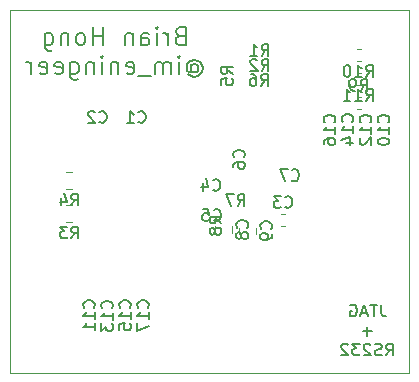
<source format=gbr>
G04 #@! TF.GenerationSoftware,KiCad,Pcbnew,5.1.5-52549c5~84~ubuntu18.04.1*
G04 #@! TF.CreationDate,2020-01-11T02:19:33-08:00*
G04 #@! TF.ProjectId,Programmer,50726f67-7261-46d6-9d65-722e6b696361,rev?*
G04 #@! TF.SameCoordinates,Original*
G04 #@! TF.FileFunction,Legend,Bot*
G04 #@! TF.FilePolarity,Positive*
%FSLAX46Y46*%
G04 Gerber Fmt 4.6, Leading zero omitted, Abs format (unit mm)*
G04 Created by KiCad (PCBNEW 5.1.5-52549c5~84~ubuntu18.04.1) date 2020-01-11 02:19:33*
%MOMM*%
%LPD*%
G04 APERTURE LIST*
%ADD10C,0.200000*%
%ADD11C,0.150000*%
%ADD12C,0.050000*%
%ADD13C,0.120000*%
G04 APERTURE END LIST*
D10*
X95634285Y-47181857D02*
X95420000Y-47253285D01*
X95348571Y-47324714D01*
X95277142Y-47467571D01*
X95277142Y-47681857D01*
X95348571Y-47824714D01*
X95420000Y-47896142D01*
X95562857Y-47967571D01*
X96134285Y-47967571D01*
X96134285Y-46467571D01*
X95634285Y-46467571D01*
X95491428Y-46539000D01*
X95420000Y-46610428D01*
X95348571Y-46753285D01*
X95348571Y-46896142D01*
X95420000Y-47039000D01*
X95491428Y-47110428D01*
X95634285Y-47181857D01*
X96134285Y-47181857D01*
X94634285Y-47967571D02*
X94634285Y-46967571D01*
X94634285Y-47253285D02*
X94562857Y-47110428D01*
X94491428Y-47039000D01*
X94348571Y-46967571D01*
X94205714Y-46967571D01*
X93705714Y-47967571D02*
X93705714Y-46967571D01*
X93705714Y-46467571D02*
X93777142Y-46539000D01*
X93705714Y-46610428D01*
X93634285Y-46539000D01*
X93705714Y-46467571D01*
X93705714Y-46610428D01*
X92348571Y-47967571D02*
X92348571Y-47181857D01*
X92420000Y-47039000D01*
X92562857Y-46967571D01*
X92848571Y-46967571D01*
X92991428Y-47039000D01*
X92348571Y-47896142D02*
X92491428Y-47967571D01*
X92848571Y-47967571D01*
X92991428Y-47896142D01*
X93062857Y-47753285D01*
X93062857Y-47610428D01*
X92991428Y-47467571D01*
X92848571Y-47396142D01*
X92491428Y-47396142D01*
X92348571Y-47324714D01*
X91634285Y-46967571D02*
X91634285Y-47967571D01*
X91634285Y-47110428D02*
X91562857Y-47039000D01*
X91420000Y-46967571D01*
X91205714Y-46967571D01*
X91062857Y-47039000D01*
X90991428Y-47181857D01*
X90991428Y-47967571D01*
X89134285Y-47967571D02*
X89134285Y-46467571D01*
X89134285Y-47181857D02*
X88277142Y-47181857D01*
X88277142Y-47967571D02*
X88277142Y-46467571D01*
X87348571Y-47967571D02*
X87491428Y-47896142D01*
X87562857Y-47824714D01*
X87634285Y-47681857D01*
X87634285Y-47253285D01*
X87562857Y-47110428D01*
X87491428Y-47039000D01*
X87348571Y-46967571D01*
X87134285Y-46967571D01*
X86991428Y-47039000D01*
X86920000Y-47110428D01*
X86848571Y-47253285D01*
X86848571Y-47681857D01*
X86920000Y-47824714D01*
X86991428Y-47896142D01*
X87134285Y-47967571D01*
X87348571Y-47967571D01*
X86205714Y-46967571D02*
X86205714Y-47967571D01*
X86205714Y-47110428D02*
X86134285Y-47039000D01*
X85991428Y-46967571D01*
X85777142Y-46967571D01*
X85634285Y-47039000D01*
X85562857Y-47181857D01*
X85562857Y-47967571D01*
X84205714Y-46967571D02*
X84205714Y-48181857D01*
X84277142Y-48324714D01*
X84348571Y-48396142D01*
X84491428Y-48467571D01*
X84705714Y-48467571D01*
X84848571Y-48396142D01*
X84205714Y-47896142D02*
X84348571Y-47967571D01*
X84634285Y-47967571D01*
X84777142Y-47896142D01*
X84848571Y-47824714D01*
X84920000Y-47681857D01*
X84920000Y-47253285D01*
X84848571Y-47110428D01*
X84777142Y-47039000D01*
X84634285Y-46967571D01*
X84348571Y-46967571D01*
X84205714Y-47039000D01*
X96562857Y-49703285D02*
X96634285Y-49631857D01*
X96777142Y-49560428D01*
X96920000Y-49560428D01*
X97062857Y-49631857D01*
X97134285Y-49703285D01*
X97205714Y-49846142D01*
X97205714Y-49989000D01*
X97134285Y-50131857D01*
X97062857Y-50203285D01*
X96920000Y-50274714D01*
X96777142Y-50274714D01*
X96634285Y-50203285D01*
X96562857Y-50131857D01*
X96562857Y-49560428D02*
X96562857Y-50131857D01*
X96491428Y-50203285D01*
X96420000Y-50203285D01*
X96277142Y-50131857D01*
X96205714Y-49989000D01*
X96205714Y-49631857D01*
X96348571Y-49417571D01*
X96562857Y-49274714D01*
X96848571Y-49203285D01*
X97134285Y-49274714D01*
X97348571Y-49417571D01*
X97491428Y-49631857D01*
X97562857Y-49917571D01*
X97491428Y-50203285D01*
X97348571Y-50417571D01*
X97134285Y-50560428D01*
X96848571Y-50631857D01*
X96562857Y-50560428D01*
X96348571Y-50417571D01*
X95562857Y-50417571D02*
X95562857Y-49417571D01*
X95562857Y-48917571D02*
X95634285Y-48989000D01*
X95562857Y-49060428D01*
X95491428Y-48989000D01*
X95562857Y-48917571D01*
X95562857Y-49060428D01*
X94848571Y-50417571D02*
X94848571Y-49417571D01*
X94848571Y-49560428D02*
X94777142Y-49489000D01*
X94634285Y-49417571D01*
X94420000Y-49417571D01*
X94277142Y-49489000D01*
X94205714Y-49631857D01*
X94205714Y-50417571D01*
X94205714Y-49631857D02*
X94134285Y-49489000D01*
X93991428Y-49417571D01*
X93777142Y-49417571D01*
X93634285Y-49489000D01*
X93562857Y-49631857D01*
X93562857Y-50417571D01*
X93205714Y-50560428D02*
X92062857Y-50560428D01*
X91134285Y-50346142D02*
X91277142Y-50417571D01*
X91562857Y-50417571D01*
X91705714Y-50346142D01*
X91777142Y-50203285D01*
X91777142Y-49631857D01*
X91705714Y-49489000D01*
X91562857Y-49417571D01*
X91277142Y-49417571D01*
X91134285Y-49489000D01*
X91062857Y-49631857D01*
X91062857Y-49774714D01*
X91777142Y-49917571D01*
X90420000Y-49417571D02*
X90420000Y-50417571D01*
X90420000Y-49560428D02*
X90348571Y-49489000D01*
X90205714Y-49417571D01*
X89991428Y-49417571D01*
X89848571Y-49489000D01*
X89777142Y-49631857D01*
X89777142Y-50417571D01*
X89062857Y-50417571D02*
X89062857Y-49417571D01*
X89062857Y-48917571D02*
X89134285Y-48989000D01*
X89062857Y-49060428D01*
X88991428Y-48989000D01*
X89062857Y-48917571D01*
X89062857Y-49060428D01*
X88348571Y-49417571D02*
X88348571Y-50417571D01*
X88348571Y-49560428D02*
X88277142Y-49489000D01*
X88134285Y-49417571D01*
X87920000Y-49417571D01*
X87777142Y-49489000D01*
X87705714Y-49631857D01*
X87705714Y-50417571D01*
X86348571Y-49417571D02*
X86348571Y-50631857D01*
X86420000Y-50774714D01*
X86491428Y-50846142D01*
X86634285Y-50917571D01*
X86848571Y-50917571D01*
X86991428Y-50846142D01*
X86348571Y-50346142D02*
X86491428Y-50417571D01*
X86777142Y-50417571D01*
X86920000Y-50346142D01*
X86991428Y-50274714D01*
X87062857Y-50131857D01*
X87062857Y-49703285D01*
X86991428Y-49560428D01*
X86920000Y-49489000D01*
X86777142Y-49417571D01*
X86491428Y-49417571D01*
X86348571Y-49489000D01*
X85062857Y-50346142D02*
X85205714Y-50417571D01*
X85491428Y-50417571D01*
X85634285Y-50346142D01*
X85705714Y-50203285D01*
X85705714Y-49631857D01*
X85634285Y-49489000D01*
X85491428Y-49417571D01*
X85205714Y-49417571D01*
X85062857Y-49489000D01*
X84991428Y-49631857D01*
X84991428Y-49774714D01*
X85705714Y-49917571D01*
X83777142Y-50346142D02*
X83920000Y-50417571D01*
X84205714Y-50417571D01*
X84348571Y-50346142D01*
X84420000Y-50203285D01*
X84420000Y-49631857D01*
X84348571Y-49489000D01*
X84205714Y-49417571D01*
X83920000Y-49417571D01*
X83777142Y-49489000D01*
X83705714Y-49631857D01*
X83705714Y-49774714D01*
X84420000Y-49917571D01*
X83062857Y-50417571D02*
X83062857Y-49417571D01*
X83062857Y-49703285D02*
X82991428Y-49560428D01*
X82920000Y-49489000D01*
X82777142Y-49417571D01*
X82634285Y-49417571D01*
D11*
X112672666Y-69938380D02*
X112672666Y-70652666D01*
X112720285Y-70795523D01*
X112815523Y-70890761D01*
X112958380Y-70938380D01*
X113053619Y-70938380D01*
X112339333Y-69938380D02*
X111767904Y-69938380D01*
X112053619Y-70938380D02*
X112053619Y-69938380D01*
X111482190Y-70652666D02*
X111006000Y-70652666D01*
X111577428Y-70938380D02*
X111244095Y-69938380D01*
X110910761Y-70938380D01*
X110053619Y-69986000D02*
X110148857Y-69938380D01*
X110291714Y-69938380D01*
X110434571Y-69986000D01*
X110529809Y-70081238D01*
X110577428Y-70176476D01*
X110625047Y-70366952D01*
X110625047Y-70509809D01*
X110577428Y-70700285D01*
X110529809Y-70795523D01*
X110434571Y-70890761D01*
X110291714Y-70938380D01*
X110196476Y-70938380D01*
X110053619Y-70890761D01*
X110006000Y-70843142D01*
X110006000Y-70509809D01*
X110196476Y-70509809D01*
X111886952Y-72207428D02*
X111125047Y-72207428D01*
X111506000Y-72588380D02*
X111506000Y-71826476D01*
X113101238Y-74238380D02*
X113434571Y-73762190D01*
X113672666Y-74238380D02*
X113672666Y-73238380D01*
X113291714Y-73238380D01*
X113196476Y-73286000D01*
X113148857Y-73333619D01*
X113101238Y-73428857D01*
X113101238Y-73571714D01*
X113148857Y-73666952D01*
X113196476Y-73714571D01*
X113291714Y-73762190D01*
X113672666Y-73762190D01*
X112720285Y-74190761D02*
X112577428Y-74238380D01*
X112339333Y-74238380D01*
X112244095Y-74190761D01*
X112196476Y-74143142D01*
X112148857Y-74047904D01*
X112148857Y-73952666D01*
X112196476Y-73857428D01*
X112244095Y-73809809D01*
X112339333Y-73762190D01*
X112529809Y-73714571D01*
X112625047Y-73666952D01*
X112672666Y-73619333D01*
X112720285Y-73524095D01*
X112720285Y-73428857D01*
X112672666Y-73333619D01*
X112625047Y-73286000D01*
X112529809Y-73238380D01*
X112291714Y-73238380D01*
X112148857Y-73286000D01*
X111767904Y-73333619D02*
X111720285Y-73286000D01*
X111625047Y-73238380D01*
X111386952Y-73238380D01*
X111291714Y-73286000D01*
X111244095Y-73333619D01*
X111196476Y-73428857D01*
X111196476Y-73524095D01*
X111244095Y-73666952D01*
X111815523Y-74238380D01*
X111196476Y-74238380D01*
X110863142Y-73238380D02*
X110244095Y-73238380D01*
X110577428Y-73619333D01*
X110434571Y-73619333D01*
X110339333Y-73666952D01*
X110291714Y-73714571D01*
X110244095Y-73809809D01*
X110244095Y-74047904D01*
X110291714Y-74143142D01*
X110339333Y-74190761D01*
X110434571Y-74238380D01*
X110720285Y-74238380D01*
X110815523Y-74190761D01*
X110863142Y-74143142D01*
X109863142Y-73333619D02*
X109815523Y-73286000D01*
X109720285Y-73238380D01*
X109482190Y-73238380D01*
X109386952Y-73286000D01*
X109339333Y-73333619D01*
X109291714Y-73428857D01*
X109291714Y-73524095D01*
X109339333Y-73666952D01*
X109910761Y-74238380D01*
X109291714Y-74238380D01*
D12*
X115062000Y-75692000D02*
X81280000Y-75692000D01*
X115062000Y-44958000D02*
X115062000Y-75692000D01*
X81280000Y-44958000D02*
X115062000Y-44958000D01*
X81280000Y-75692000D02*
X81280000Y-44958000D01*
D13*
X110606721Y-50290000D02*
X110932279Y-50290000D01*
X110606721Y-51310000D02*
X110932279Y-51310000D01*
X110606721Y-48258000D02*
X110932279Y-48258000D01*
X110606721Y-49278000D02*
X110932279Y-49278000D01*
X110932279Y-53342000D02*
X110606721Y-53342000D01*
X110932279Y-52322000D02*
X110606721Y-52322000D01*
X86022922Y-58726000D02*
X86540078Y-58726000D01*
X86022922Y-60146000D02*
X86540078Y-60146000D01*
X86022922Y-61520000D02*
X86540078Y-61520000D01*
X86022922Y-62940000D02*
X86540078Y-62940000D01*
X100636000Y-63934078D02*
X100636000Y-63416922D01*
X102056000Y-63934078D02*
X102056000Y-63416922D01*
X98604000Y-63837078D02*
X98604000Y-63319922D01*
X100024000Y-63837078D02*
X100024000Y-63319922D01*
X104531279Y-63248000D02*
X104205721Y-63248000D01*
X104531279Y-62228000D02*
X104205721Y-62228000D01*
D11*
X111412357Y-52682380D02*
X111745690Y-52206190D01*
X111983785Y-52682380D02*
X111983785Y-51682380D01*
X111602833Y-51682380D01*
X111507595Y-51730000D01*
X111459976Y-51777619D01*
X111412357Y-51872857D01*
X111412357Y-52015714D01*
X111459976Y-52110952D01*
X111507595Y-52158571D01*
X111602833Y-52206190D01*
X111983785Y-52206190D01*
X110459976Y-52682380D02*
X111031404Y-52682380D01*
X110745690Y-52682380D02*
X110745690Y-51682380D01*
X110840928Y-51825238D01*
X110936166Y-51920476D01*
X111031404Y-51968095D01*
X109507595Y-52682380D02*
X110079023Y-52682380D01*
X109793309Y-52682380D02*
X109793309Y-51682380D01*
X109888547Y-51825238D01*
X109983785Y-51920476D01*
X110079023Y-51968095D01*
X111412357Y-50650380D02*
X111745690Y-50174190D01*
X111983785Y-50650380D02*
X111983785Y-49650380D01*
X111602833Y-49650380D01*
X111507595Y-49698000D01*
X111459976Y-49745619D01*
X111412357Y-49840857D01*
X111412357Y-49983714D01*
X111459976Y-50078952D01*
X111507595Y-50126571D01*
X111602833Y-50174190D01*
X111983785Y-50174190D01*
X110459976Y-50650380D02*
X111031404Y-50650380D01*
X110745690Y-50650380D02*
X110745690Y-49650380D01*
X110840928Y-49793238D01*
X110936166Y-49888476D01*
X111031404Y-49936095D01*
X109840928Y-49650380D02*
X109745690Y-49650380D01*
X109650452Y-49698000D01*
X109602833Y-49745619D01*
X109555214Y-49840857D01*
X109507595Y-50031333D01*
X109507595Y-50269428D01*
X109555214Y-50459904D01*
X109602833Y-50555142D01*
X109650452Y-50602761D01*
X109745690Y-50650380D01*
X109840928Y-50650380D01*
X109936166Y-50602761D01*
X109983785Y-50555142D01*
X110031404Y-50459904D01*
X110079023Y-50269428D01*
X110079023Y-50031333D01*
X110031404Y-49840857D01*
X109983785Y-49745619D01*
X109936166Y-49698000D01*
X109840928Y-49650380D01*
X110936166Y-51854380D02*
X111269500Y-51378190D01*
X111507595Y-51854380D02*
X111507595Y-50854380D01*
X111126642Y-50854380D01*
X111031404Y-50902000D01*
X110983785Y-50949619D01*
X110936166Y-51044857D01*
X110936166Y-51187714D01*
X110983785Y-51282952D01*
X111031404Y-51330571D01*
X111126642Y-51378190D01*
X111507595Y-51378190D01*
X110459976Y-51854380D02*
X110269500Y-51854380D01*
X110174261Y-51806761D01*
X110126642Y-51759142D01*
X110031404Y-51616285D01*
X109983785Y-51425809D01*
X109983785Y-51044857D01*
X110031404Y-50949619D01*
X110079023Y-50902000D01*
X110174261Y-50854380D01*
X110364738Y-50854380D01*
X110459976Y-50902000D01*
X110507595Y-50949619D01*
X110555214Y-51044857D01*
X110555214Y-51282952D01*
X110507595Y-51378190D01*
X110459976Y-51425809D01*
X110364738Y-51473428D01*
X110174261Y-51473428D01*
X110079023Y-51425809D01*
X110031404Y-51378190D01*
X109983785Y-51282952D01*
X99158380Y-63056333D02*
X98682190Y-62723000D01*
X99158380Y-62484904D02*
X98158380Y-62484904D01*
X98158380Y-62865857D01*
X98206000Y-62961095D01*
X98253619Y-63008714D01*
X98348857Y-63056333D01*
X98491714Y-63056333D01*
X98586952Y-63008714D01*
X98634571Y-62961095D01*
X98682190Y-62865857D01*
X98682190Y-62484904D01*
X98586952Y-63627761D02*
X98539333Y-63532523D01*
X98491714Y-63484904D01*
X98396476Y-63437285D01*
X98348857Y-63437285D01*
X98253619Y-63484904D01*
X98206000Y-63532523D01*
X98158380Y-63627761D01*
X98158380Y-63818238D01*
X98206000Y-63913476D01*
X98253619Y-63961095D01*
X98348857Y-64008714D01*
X98396476Y-64008714D01*
X98491714Y-63961095D01*
X98539333Y-63913476D01*
X98586952Y-63818238D01*
X98586952Y-63627761D01*
X98634571Y-63532523D01*
X98682190Y-63484904D01*
X98777428Y-63437285D01*
X98967904Y-63437285D01*
X99063142Y-63484904D01*
X99110761Y-63532523D01*
X99158380Y-63627761D01*
X99158380Y-63818238D01*
X99110761Y-63913476D01*
X99063142Y-63961095D01*
X98967904Y-64008714D01*
X98777428Y-64008714D01*
X98682190Y-63961095D01*
X98634571Y-63913476D01*
X98586952Y-63818238D01*
X100519666Y-61566380D02*
X100853000Y-61090190D01*
X101091095Y-61566380D02*
X101091095Y-60566380D01*
X100710142Y-60566380D01*
X100614904Y-60614000D01*
X100567285Y-60661619D01*
X100519666Y-60756857D01*
X100519666Y-60899714D01*
X100567285Y-60994952D01*
X100614904Y-61042571D01*
X100710142Y-61090190D01*
X101091095Y-61090190D01*
X100186333Y-60566380D02*
X99519666Y-60566380D01*
X99948238Y-61566380D01*
X102505666Y-51406380D02*
X102839000Y-50930190D01*
X103077095Y-51406380D02*
X103077095Y-50406380D01*
X102696142Y-50406380D01*
X102600904Y-50454000D01*
X102553285Y-50501619D01*
X102505666Y-50596857D01*
X102505666Y-50739714D01*
X102553285Y-50834952D01*
X102600904Y-50882571D01*
X102696142Y-50930190D01*
X103077095Y-50930190D01*
X101648523Y-50406380D02*
X101839000Y-50406380D01*
X101934238Y-50454000D01*
X101981857Y-50501619D01*
X102077095Y-50644476D01*
X102124714Y-50834952D01*
X102124714Y-51215904D01*
X102077095Y-51311142D01*
X102029476Y-51358761D01*
X101934238Y-51406380D01*
X101743761Y-51406380D01*
X101648523Y-51358761D01*
X101600904Y-51311142D01*
X101553285Y-51215904D01*
X101553285Y-50977809D01*
X101600904Y-50882571D01*
X101648523Y-50834952D01*
X101743761Y-50787333D01*
X101934238Y-50787333D01*
X102029476Y-50834952D01*
X102077095Y-50882571D01*
X102124714Y-50977809D01*
X100120380Y-50402333D02*
X99644190Y-50069000D01*
X100120380Y-49830904D02*
X99120380Y-49830904D01*
X99120380Y-50211857D01*
X99168000Y-50307095D01*
X99215619Y-50354714D01*
X99310857Y-50402333D01*
X99453714Y-50402333D01*
X99548952Y-50354714D01*
X99596571Y-50307095D01*
X99644190Y-50211857D01*
X99644190Y-49830904D01*
X99120380Y-51307095D02*
X99120380Y-50830904D01*
X99596571Y-50783285D01*
X99548952Y-50830904D01*
X99501333Y-50926142D01*
X99501333Y-51164238D01*
X99548952Y-51259476D01*
X99596571Y-51307095D01*
X99691809Y-51354714D01*
X99929904Y-51354714D01*
X100025142Y-51307095D01*
X100072761Y-51259476D01*
X100120380Y-51164238D01*
X100120380Y-50926142D01*
X100072761Y-50830904D01*
X100025142Y-50783285D01*
X86448166Y-61538380D02*
X86781500Y-61062190D01*
X87019595Y-61538380D02*
X87019595Y-60538380D01*
X86638642Y-60538380D01*
X86543404Y-60586000D01*
X86495785Y-60633619D01*
X86448166Y-60728857D01*
X86448166Y-60871714D01*
X86495785Y-60966952D01*
X86543404Y-61014571D01*
X86638642Y-61062190D01*
X87019595Y-61062190D01*
X85591023Y-60871714D02*
X85591023Y-61538380D01*
X85829119Y-60490761D02*
X86067214Y-61205047D01*
X85448166Y-61205047D01*
X86448166Y-64332380D02*
X86781500Y-63856190D01*
X87019595Y-64332380D02*
X87019595Y-63332380D01*
X86638642Y-63332380D01*
X86543404Y-63380000D01*
X86495785Y-63427619D01*
X86448166Y-63522857D01*
X86448166Y-63665714D01*
X86495785Y-63760952D01*
X86543404Y-63808571D01*
X86638642Y-63856190D01*
X87019595Y-63856190D01*
X86114833Y-63332380D02*
X85495785Y-63332380D01*
X85829119Y-63713333D01*
X85686261Y-63713333D01*
X85591023Y-63760952D01*
X85543404Y-63808571D01*
X85495785Y-63903809D01*
X85495785Y-64141904D01*
X85543404Y-64237142D01*
X85591023Y-64284761D01*
X85686261Y-64332380D01*
X85971976Y-64332380D01*
X86067214Y-64284761D01*
X86114833Y-64237142D01*
X102551666Y-50136380D02*
X102885000Y-49660190D01*
X103123095Y-50136380D02*
X103123095Y-49136380D01*
X102742142Y-49136380D01*
X102646904Y-49184000D01*
X102599285Y-49231619D01*
X102551666Y-49326857D01*
X102551666Y-49469714D01*
X102599285Y-49564952D01*
X102646904Y-49612571D01*
X102742142Y-49660190D01*
X103123095Y-49660190D01*
X102170714Y-49231619D02*
X102123095Y-49184000D01*
X102027857Y-49136380D01*
X101789761Y-49136380D01*
X101694523Y-49184000D01*
X101646904Y-49231619D01*
X101599285Y-49326857D01*
X101599285Y-49422095D01*
X101646904Y-49564952D01*
X102218333Y-50136380D01*
X101599285Y-50136380D01*
X102551666Y-48866380D02*
X102885000Y-48390190D01*
X103123095Y-48866380D02*
X103123095Y-47866380D01*
X102742142Y-47866380D01*
X102646904Y-47914000D01*
X102599285Y-47961619D01*
X102551666Y-48056857D01*
X102551666Y-48199714D01*
X102599285Y-48294952D01*
X102646904Y-48342571D01*
X102742142Y-48390190D01*
X103123095Y-48390190D01*
X101599285Y-48866380D02*
X102170714Y-48866380D01*
X101885000Y-48866380D02*
X101885000Y-47866380D01*
X101980238Y-48009238D01*
X102075476Y-48104476D01*
X102170714Y-48152095D01*
X92913142Y-70200142D02*
X92960761Y-70152523D01*
X93008380Y-70009666D01*
X93008380Y-69914428D01*
X92960761Y-69771571D01*
X92865523Y-69676333D01*
X92770285Y-69628714D01*
X92579809Y-69581095D01*
X92436952Y-69581095D01*
X92246476Y-69628714D01*
X92151238Y-69676333D01*
X92056000Y-69771571D01*
X92008380Y-69914428D01*
X92008380Y-70009666D01*
X92056000Y-70152523D01*
X92103619Y-70200142D01*
X93008380Y-71152523D02*
X93008380Y-70581095D01*
X93008380Y-70866809D02*
X92008380Y-70866809D01*
X92151238Y-70771571D01*
X92246476Y-70676333D01*
X92294095Y-70581095D01*
X92008380Y-71485857D02*
X92008380Y-72152523D01*
X93008380Y-71723952D01*
X108715142Y-54498142D02*
X108762761Y-54450523D01*
X108810380Y-54307666D01*
X108810380Y-54212428D01*
X108762761Y-54069571D01*
X108667523Y-53974333D01*
X108572285Y-53926714D01*
X108381809Y-53879095D01*
X108238952Y-53879095D01*
X108048476Y-53926714D01*
X107953238Y-53974333D01*
X107858000Y-54069571D01*
X107810380Y-54212428D01*
X107810380Y-54307666D01*
X107858000Y-54450523D01*
X107905619Y-54498142D01*
X108810380Y-55450523D02*
X108810380Y-54879095D01*
X108810380Y-55164809D02*
X107810380Y-55164809D01*
X107953238Y-55069571D01*
X108048476Y-54974333D01*
X108096095Y-54879095D01*
X107810380Y-56307666D02*
X107810380Y-56117190D01*
X107858000Y-56021952D01*
X107905619Y-55974333D01*
X108048476Y-55879095D01*
X108238952Y-55831476D01*
X108619904Y-55831476D01*
X108715142Y-55879095D01*
X108762761Y-55926714D01*
X108810380Y-56021952D01*
X108810380Y-56212428D01*
X108762761Y-56307666D01*
X108715142Y-56355285D01*
X108619904Y-56402904D01*
X108381809Y-56402904D01*
X108286571Y-56355285D01*
X108238952Y-56307666D01*
X108191333Y-56212428D01*
X108191333Y-56021952D01*
X108238952Y-55926714D01*
X108286571Y-55879095D01*
X108381809Y-55831476D01*
X91389142Y-70200142D02*
X91436761Y-70152523D01*
X91484380Y-70009666D01*
X91484380Y-69914428D01*
X91436761Y-69771571D01*
X91341523Y-69676333D01*
X91246285Y-69628714D01*
X91055809Y-69581095D01*
X90912952Y-69581095D01*
X90722476Y-69628714D01*
X90627238Y-69676333D01*
X90532000Y-69771571D01*
X90484380Y-69914428D01*
X90484380Y-70009666D01*
X90532000Y-70152523D01*
X90579619Y-70200142D01*
X91484380Y-71152523D02*
X91484380Y-70581095D01*
X91484380Y-70866809D02*
X90484380Y-70866809D01*
X90627238Y-70771571D01*
X90722476Y-70676333D01*
X90770095Y-70581095D01*
X90484380Y-72057285D02*
X90484380Y-71581095D01*
X90960571Y-71533476D01*
X90912952Y-71581095D01*
X90865333Y-71676333D01*
X90865333Y-71914428D01*
X90912952Y-72009666D01*
X90960571Y-72057285D01*
X91055809Y-72104904D01*
X91293904Y-72104904D01*
X91389142Y-72057285D01*
X91436761Y-72009666D01*
X91484380Y-71914428D01*
X91484380Y-71676333D01*
X91436761Y-71581095D01*
X91389142Y-71533476D01*
X110239142Y-54452142D02*
X110286761Y-54404523D01*
X110334380Y-54261666D01*
X110334380Y-54166428D01*
X110286761Y-54023571D01*
X110191523Y-53928333D01*
X110096285Y-53880714D01*
X109905809Y-53833095D01*
X109762952Y-53833095D01*
X109572476Y-53880714D01*
X109477238Y-53928333D01*
X109382000Y-54023571D01*
X109334380Y-54166428D01*
X109334380Y-54261666D01*
X109382000Y-54404523D01*
X109429619Y-54452142D01*
X110334380Y-55404523D02*
X110334380Y-54833095D01*
X110334380Y-55118809D02*
X109334380Y-55118809D01*
X109477238Y-55023571D01*
X109572476Y-54928333D01*
X109620095Y-54833095D01*
X109667714Y-56261666D02*
X110334380Y-56261666D01*
X109286761Y-56023571D02*
X110001047Y-55785476D01*
X110001047Y-56404523D01*
X89865142Y-70246142D02*
X89912761Y-70198523D01*
X89960380Y-70055666D01*
X89960380Y-69960428D01*
X89912761Y-69817571D01*
X89817523Y-69722333D01*
X89722285Y-69674714D01*
X89531809Y-69627095D01*
X89388952Y-69627095D01*
X89198476Y-69674714D01*
X89103238Y-69722333D01*
X89008000Y-69817571D01*
X88960380Y-69960428D01*
X88960380Y-70055666D01*
X89008000Y-70198523D01*
X89055619Y-70246142D01*
X89960380Y-71198523D02*
X89960380Y-70627095D01*
X89960380Y-70912809D02*
X88960380Y-70912809D01*
X89103238Y-70817571D01*
X89198476Y-70722333D01*
X89246095Y-70627095D01*
X88960380Y-71531857D02*
X88960380Y-72150904D01*
X89341333Y-71817571D01*
X89341333Y-71960428D01*
X89388952Y-72055666D01*
X89436571Y-72103285D01*
X89531809Y-72150904D01*
X89769904Y-72150904D01*
X89865142Y-72103285D01*
X89912761Y-72055666D01*
X89960380Y-71960428D01*
X89960380Y-71674714D01*
X89912761Y-71579476D01*
X89865142Y-71531857D01*
X111763142Y-54498142D02*
X111810761Y-54450523D01*
X111858380Y-54307666D01*
X111858380Y-54212428D01*
X111810761Y-54069571D01*
X111715523Y-53974333D01*
X111620285Y-53926714D01*
X111429809Y-53879095D01*
X111286952Y-53879095D01*
X111096476Y-53926714D01*
X111001238Y-53974333D01*
X110906000Y-54069571D01*
X110858380Y-54212428D01*
X110858380Y-54307666D01*
X110906000Y-54450523D01*
X110953619Y-54498142D01*
X111858380Y-55450523D02*
X111858380Y-54879095D01*
X111858380Y-55164809D02*
X110858380Y-55164809D01*
X111001238Y-55069571D01*
X111096476Y-54974333D01*
X111144095Y-54879095D01*
X110953619Y-55831476D02*
X110906000Y-55879095D01*
X110858380Y-55974333D01*
X110858380Y-56212428D01*
X110906000Y-56307666D01*
X110953619Y-56355285D01*
X111048857Y-56402904D01*
X111144095Y-56402904D01*
X111286952Y-56355285D01*
X111858380Y-55783857D01*
X111858380Y-56402904D01*
X88341142Y-70200142D02*
X88388761Y-70152523D01*
X88436380Y-70009666D01*
X88436380Y-69914428D01*
X88388761Y-69771571D01*
X88293523Y-69676333D01*
X88198285Y-69628714D01*
X88007809Y-69581095D01*
X87864952Y-69581095D01*
X87674476Y-69628714D01*
X87579238Y-69676333D01*
X87484000Y-69771571D01*
X87436380Y-69914428D01*
X87436380Y-70009666D01*
X87484000Y-70152523D01*
X87531619Y-70200142D01*
X88436380Y-71152523D02*
X88436380Y-70581095D01*
X88436380Y-70866809D02*
X87436380Y-70866809D01*
X87579238Y-70771571D01*
X87674476Y-70676333D01*
X87722095Y-70581095D01*
X88436380Y-72104904D02*
X88436380Y-71533476D01*
X88436380Y-71819190D02*
X87436380Y-71819190D01*
X87579238Y-71723952D01*
X87674476Y-71628714D01*
X87722095Y-71533476D01*
X113287142Y-54498142D02*
X113334761Y-54450523D01*
X113382380Y-54307666D01*
X113382380Y-54212428D01*
X113334761Y-54069571D01*
X113239523Y-53974333D01*
X113144285Y-53926714D01*
X112953809Y-53879095D01*
X112810952Y-53879095D01*
X112620476Y-53926714D01*
X112525238Y-53974333D01*
X112430000Y-54069571D01*
X112382380Y-54212428D01*
X112382380Y-54307666D01*
X112430000Y-54450523D01*
X112477619Y-54498142D01*
X113382380Y-55450523D02*
X113382380Y-54879095D01*
X113382380Y-55164809D02*
X112382380Y-55164809D01*
X112525238Y-55069571D01*
X112620476Y-54974333D01*
X112668095Y-54879095D01*
X112382380Y-56069571D02*
X112382380Y-56164809D01*
X112430000Y-56260047D01*
X112477619Y-56307666D01*
X112572857Y-56355285D01*
X112763333Y-56402904D01*
X113001428Y-56402904D01*
X113191904Y-56355285D01*
X113287142Y-56307666D01*
X113334761Y-56260047D01*
X113382380Y-56164809D01*
X113382380Y-56069571D01*
X113334761Y-55974333D01*
X113287142Y-55926714D01*
X113191904Y-55879095D01*
X113001428Y-55831476D01*
X112763333Y-55831476D01*
X112572857Y-55879095D01*
X112477619Y-55926714D01*
X112430000Y-55974333D01*
X112382380Y-56069571D01*
X103353142Y-63508833D02*
X103400761Y-63461214D01*
X103448380Y-63318357D01*
X103448380Y-63223119D01*
X103400761Y-63080261D01*
X103305523Y-62985023D01*
X103210285Y-62937404D01*
X103019809Y-62889785D01*
X102876952Y-62889785D01*
X102686476Y-62937404D01*
X102591238Y-62985023D01*
X102496000Y-63080261D01*
X102448380Y-63223119D01*
X102448380Y-63318357D01*
X102496000Y-63461214D01*
X102543619Y-63508833D01*
X103448380Y-63985023D02*
X103448380Y-64175500D01*
X103400761Y-64270738D01*
X103353142Y-64318357D01*
X103210285Y-64413595D01*
X103019809Y-64461214D01*
X102638857Y-64461214D01*
X102543619Y-64413595D01*
X102496000Y-64365976D01*
X102448380Y-64270738D01*
X102448380Y-64080261D01*
X102496000Y-63985023D01*
X102543619Y-63937404D01*
X102638857Y-63889785D01*
X102876952Y-63889785D01*
X102972190Y-63937404D01*
X103019809Y-63985023D01*
X103067428Y-64080261D01*
X103067428Y-64270738D01*
X103019809Y-64365976D01*
X102972190Y-64413595D01*
X102876952Y-64461214D01*
X101321142Y-63411833D02*
X101368761Y-63364214D01*
X101416380Y-63221357D01*
X101416380Y-63126119D01*
X101368761Y-62983261D01*
X101273523Y-62888023D01*
X101178285Y-62840404D01*
X100987809Y-62792785D01*
X100844952Y-62792785D01*
X100654476Y-62840404D01*
X100559238Y-62888023D01*
X100464000Y-62983261D01*
X100416380Y-63126119D01*
X100416380Y-63221357D01*
X100464000Y-63364214D01*
X100511619Y-63411833D01*
X100844952Y-63983261D02*
X100797333Y-63888023D01*
X100749714Y-63840404D01*
X100654476Y-63792785D01*
X100606857Y-63792785D01*
X100511619Y-63840404D01*
X100464000Y-63888023D01*
X100416380Y-63983261D01*
X100416380Y-64173738D01*
X100464000Y-64268976D01*
X100511619Y-64316595D01*
X100606857Y-64364214D01*
X100654476Y-64364214D01*
X100749714Y-64316595D01*
X100797333Y-64268976D01*
X100844952Y-64173738D01*
X100844952Y-63983261D01*
X100892571Y-63888023D01*
X100940190Y-63840404D01*
X101035428Y-63792785D01*
X101225904Y-63792785D01*
X101321142Y-63840404D01*
X101368761Y-63888023D01*
X101416380Y-63983261D01*
X101416380Y-64173738D01*
X101368761Y-64268976D01*
X101321142Y-64316595D01*
X101225904Y-64364214D01*
X101035428Y-64364214D01*
X100940190Y-64316595D01*
X100892571Y-64268976D01*
X100844952Y-64173738D01*
X105091666Y-59385142D02*
X105139285Y-59432761D01*
X105282142Y-59480380D01*
X105377380Y-59480380D01*
X105520238Y-59432761D01*
X105615476Y-59337523D01*
X105663095Y-59242285D01*
X105710714Y-59051809D01*
X105710714Y-58908952D01*
X105663095Y-58718476D01*
X105615476Y-58623238D01*
X105520238Y-58528000D01*
X105377380Y-58480380D01*
X105282142Y-58480380D01*
X105139285Y-58528000D01*
X105091666Y-58575619D01*
X104758333Y-58480380D02*
X104091666Y-58480380D01*
X104520238Y-59480380D01*
X101041142Y-57468333D02*
X101088761Y-57420714D01*
X101136380Y-57277857D01*
X101136380Y-57182619D01*
X101088761Y-57039761D01*
X100993523Y-56944523D01*
X100898285Y-56896904D01*
X100707809Y-56849285D01*
X100564952Y-56849285D01*
X100374476Y-56896904D01*
X100279238Y-56944523D01*
X100184000Y-57039761D01*
X100136380Y-57182619D01*
X100136380Y-57277857D01*
X100184000Y-57420714D01*
X100231619Y-57468333D01*
X100136380Y-58325476D02*
X100136380Y-58135000D01*
X100184000Y-58039761D01*
X100231619Y-57992142D01*
X100374476Y-57896904D01*
X100564952Y-57849285D01*
X100945904Y-57849285D01*
X101041142Y-57896904D01*
X101088761Y-57944523D01*
X101136380Y-58039761D01*
X101136380Y-58230238D01*
X101088761Y-58325476D01*
X101041142Y-58373095D01*
X100945904Y-58420714D01*
X100707809Y-58420714D01*
X100612571Y-58373095D01*
X100564952Y-58325476D01*
X100517333Y-58230238D01*
X100517333Y-58039761D01*
X100564952Y-57944523D01*
X100612571Y-57896904D01*
X100707809Y-57849285D01*
X98487666Y-62741142D02*
X98535285Y-62788761D01*
X98678142Y-62836380D01*
X98773380Y-62836380D01*
X98916238Y-62788761D01*
X99011476Y-62693523D01*
X99059095Y-62598285D01*
X99106714Y-62407809D01*
X99106714Y-62264952D01*
X99059095Y-62074476D01*
X99011476Y-61979238D01*
X98916238Y-61884000D01*
X98773380Y-61836380D01*
X98678142Y-61836380D01*
X98535285Y-61884000D01*
X98487666Y-61931619D01*
X97582904Y-61836380D02*
X98059095Y-61836380D01*
X98106714Y-62312571D01*
X98059095Y-62264952D01*
X97963857Y-62217333D01*
X97725761Y-62217333D01*
X97630523Y-62264952D01*
X97582904Y-62312571D01*
X97535285Y-62407809D01*
X97535285Y-62645904D01*
X97582904Y-62741142D01*
X97630523Y-62788761D01*
X97725761Y-62836380D01*
X97963857Y-62836380D01*
X98059095Y-62788761D01*
X98106714Y-62741142D01*
X98441666Y-60201142D02*
X98489285Y-60248761D01*
X98632142Y-60296380D01*
X98727380Y-60296380D01*
X98870238Y-60248761D01*
X98965476Y-60153523D01*
X99013095Y-60058285D01*
X99060714Y-59867809D01*
X99060714Y-59724952D01*
X99013095Y-59534476D01*
X98965476Y-59439238D01*
X98870238Y-59344000D01*
X98727380Y-59296380D01*
X98632142Y-59296380D01*
X98489285Y-59344000D01*
X98441666Y-59391619D01*
X97584523Y-59629714D02*
X97584523Y-60296380D01*
X97822619Y-59248761D02*
X98060714Y-59963047D01*
X97441666Y-59963047D01*
X104535166Y-61665142D02*
X104582785Y-61712761D01*
X104725642Y-61760380D01*
X104820880Y-61760380D01*
X104963738Y-61712761D01*
X105058976Y-61617523D01*
X105106595Y-61522285D01*
X105154214Y-61331809D01*
X105154214Y-61188952D01*
X105106595Y-60998476D01*
X105058976Y-60903238D01*
X104963738Y-60808000D01*
X104820880Y-60760380D01*
X104725642Y-60760380D01*
X104582785Y-60808000D01*
X104535166Y-60855619D01*
X104201833Y-60760380D02*
X103582785Y-60760380D01*
X103916119Y-61141333D01*
X103773261Y-61141333D01*
X103678023Y-61188952D01*
X103630404Y-61236571D01*
X103582785Y-61331809D01*
X103582785Y-61569904D01*
X103630404Y-61665142D01*
X103678023Y-61712761D01*
X103773261Y-61760380D01*
X104058976Y-61760380D01*
X104154214Y-61712761D01*
X104201833Y-61665142D01*
X88812666Y-54459142D02*
X88860285Y-54506761D01*
X89003142Y-54554380D01*
X89098380Y-54554380D01*
X89241238Y-54506761D01*
X89336476Y-54411523D01*
X89384095Y-54316285D01*
X89431714Y-54125809D01*
X89431714Y-53982952D01*
X89384095Y-53792476D01*
X89336476Y-53697238D01*
X89241238Y-53602000D01*
X89098380Y-53554380D01*
X89003142Y-53554380D01*
X88860285Y-53602000D01*
X88812666Y-53649619D01*
X88431714Y-53649619D02*
X88384095Y-53602000D01*
X88288857Y-53554380D01*
X88050761Y-53554380D01*
X87955523Y-53602000D01*
X87907904Y-53649619D01*
X87860285Y-53744857D01*
X87860285Y-53840095D01*
X87907904Y-53982952D01*
X88479333Y-54554380D01*
X87860285Y-54554380D01*
X92114666Y-54459142D02*
X92162285Y-54506761D01*
X92305142Y-54554380D01*
X92400380Y-54554380D01*
X92543238Y-54506761D01*
X92638476Y-54411523D01*
X92686095Y-54316285D01*
X92733714Y-54125809D01*
X92733714Y-53982952D01*
X92686095Y-53792476D01*
X92638476Y-53697238D01*
X92543238Y-53602000D01*
X92400380Y-53554380D01*
X92305142Y-53554380D01*
X92162285Y-53602000D01*
X92114666Y-53649619D01*
X91162285Y-54554380D02*
X91733714Y-54554380D01*
X91448000Y-54554380D02*
X91448000Y-53554380D01*
X91543238Y-53697238D01*
X91638476Y-53792476D01*
X91733714Y-53840095D01*
M02*

</source>
